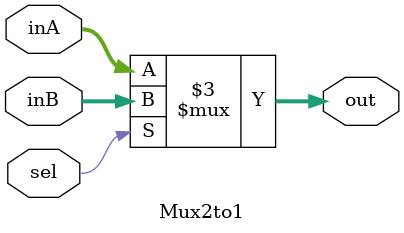
<source format=v>
`timescale 1ns / 1ps

module Mux2to1(out, inA, inB, sel);

    output reg [31:0] out;
    
    input [31:0] inA;
    input [31:0] inB;
    input sel;

    always @ (inA, inB, sel) begin
    
        if (sel)
            out = inB;
        else
            out = inA;
    end

endmodule

</source>
